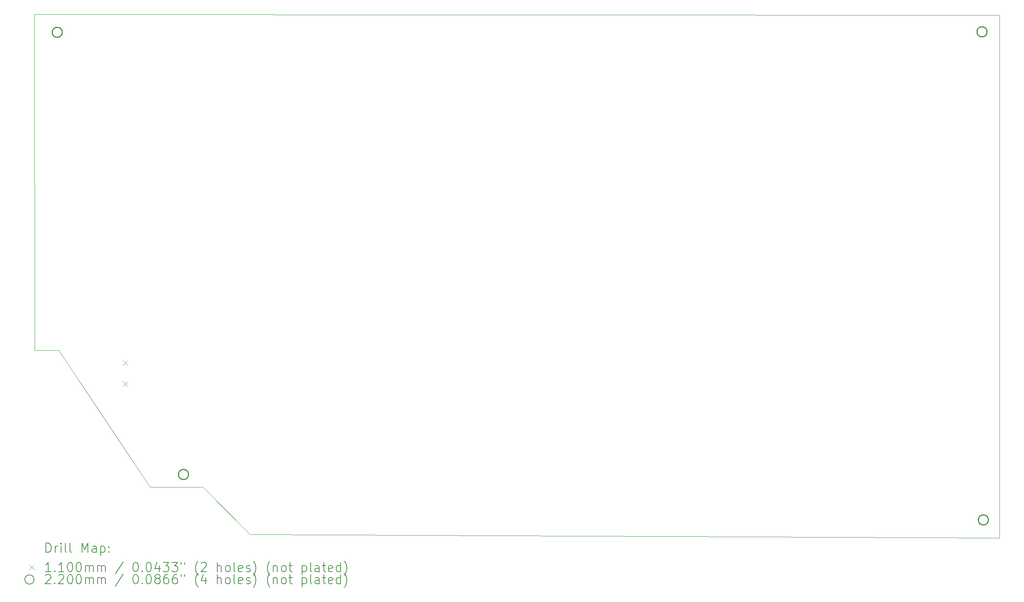
<source format=gbr>
%TF.GenerationSoftware,KiCad,Pcbnew,7.0.10*%
%TF.CreationDate,2024-05-18T17:59:14+03:00*%
%TF.ProjectId,Inverter,496e7665-7274-4657-922e-6b696361645f,rev?*%
%TF.SameCoordinates,Original*%
%TF.FileFunction,Drillmap*%
%TF.FilePolarity,Positive*%
%FSLAX45Y45*%
G04 Gerber Fmt 4.5, Leading zero omitted, Abs format (unit mm)*
G04 Created by KiCad (PCBNEW 7.0.10) date 2024-05-18 17:59:14*
%MOMM*%
%LPD*%
G01*
G04 APERTURE LIST*
%ADD10C,0.100000*%
%ADD11C,0.200000*%
%ADD12C,0.110000*%
%ADD13C,0.220000*%
G04 APERTURE END LIST*
D10*
X24600000Y-3200000D02*
X24600000Y-14590000D01*
X8280000Y-14520000D01*
X7250000Y-13480000D01*
X6100000Y-13480000D01*
X4110000Y-10500000D01*
X3590000Y-10500000D01*
X3580000Y-3180000D01*
X24600000Y-3200000D01*
D11*
D12*
X5510000Y-10723000D02*
X5620000Y-10833000D01*
X5620000Y-10723000D02*
X5510000Y-10833000D01*
X5510000Y-11183000D02*
X5620000Y-11293000D01*
X5620000Y-11183000D02*
X5510000Y-11293000D01*
D13*
X4190000Y-3570000D02*
G75*
G03*
X3970000Y-3570000I-110000J0D01*
G01*
X3970000Y-3570000D02*
G75*
G03*
X4190000Y-3570000I110000J0D01*
G01*
X6940000Y-13210000D02*
G75*
G03*
X6720000Y-13210000I-110000J0D01*
G01*
X6720000Y-13210000D02*
G75*
G03*
X6940000Y-13210000I110000J0D01*
G01*
X24330000Y-3560000D02*
G75*
G03*
X24110000Y-3560000I-110000J0D01*
G01*
X24110000Y-3560000D02*
G75*
G03*
X24330000Y-3560000I110000J0D01*
G01*
X24360000Y-14200000D02*
G75*
G03*
X24140000Y-14200000I-110000J0D01*
G01*
X24140000Y-14200000D02*
G75*
G03*
X24360000Y-14200000I110000J0D01*
G01*
D11*
X3835777Y-14906484D02*
X3835777Y-14706484D01*
X3835777Y-14706484D02*
X3883396Y-14706484D01*
X3883396Y-14706484D02*
X3911967Y-14716008D01*
X3911967Y-14716008D02*
X3931015Y-14735055D01*
X3931015Y-14735055D02*
X3940539Y-14754103D01*
X3940539Y-14754103D02*
X3950062Y-14792198D01*
X3950062Y-14792198D02*
X3950062Y-14820769D01*
X3950062Y-14820769D02*
X3940539Y-14858865D01*
X3940539Y-14858865D02*
X3931015Y-14877912D01*
X3931015Y-14877912D02*
X3911967Y-14896960D01*
X3911967Y-14896960D02*
X3883396Y-14906484D01*
X3883396Y-14906484D02*
X3835777Y-14906484D01*
X4035777Y-14906484D02*
X4035777Y-14773150D01*
X4035777Y-14811246D02*
X4045301Y-14792198D01*
X4045301Y-14792198D02*
X4054824Y-14782674D01*
X4054824Y-14782674D02*
X4073872Y-14773150D01*
X4073872Y-14773150D02*
X4092920Y-14773150D01*
X4159586Y-14906484D02*
X4159586Y-14773150D01*
X4159586Y-14706484D02*
X4150062Y-14716008D01*
X4150062Y-14716008D02*
X4159586Y-14725531D01*
X4159586Y-14725531D02*
X4169110Y-14716008D01*
X4169110Y-14716008D02*
X4159586Y-14706484D01*
X4159586Y-14706484D02*
X4159586Y-14725531D01*
X4283396Y-14906484D02*
X4264348Y-14896960D01*
X4264348Y-14896960D02*
X4254824Y-14877912D01*
X4254824Y-14877912D02*
X4254824Y-14706484D01*
X4388158Y-14906484D02*
X4369110Y-14896960D01*
X4369110Y-14896960D02*
X4359586Y-14877912D01*
X4359586Y-14877912D02*
X4359586Y-14706484D01*
X4616729Y-14906484D02*
X4616729Y-14706484D01*
X4616729Y-14706484D02*
X4683396Y-14849341D01*
X4683396Y-14849341D02*
X4750063Y-14706484D01*
X4750063Y-14706484D02*
X4750063Y-14906484D01*
X4931015Y-14906484D02*
X4931015Y-14801722D01*
X4931015Y-14801722D02*
X4921491Y-14782674D01*
X4921491Y-14782674D02*
X4902444Y-14773150D01*
X4902444Y-14773150D02*
X4864348Y-14773150D01*
X4864348Y-14773150D02*
X4845301Y-14782674D01*
X4931015Y-14896960D02*
X4911967Y-14906484D01*
X4911967Y-14906484D02*
X4864348Y-14906484D01*
X4864348Y-14906484D02*
X4845301Y-14896960D01*
X4845301Y-14896960D02*
X4835777Y-14877912D01*
X4835777Y-14877912D02*
X4835777Y-14858865D01*
X4835777Y-14858865D02*
X4845301Y-14839817D01*
X4845301Y-14839817D02*
X4864348Y-14830293D01*
X4864348Y-14830293D02*
X4911967Y-14830293D01*
X4911967Y-14830293D02*
X4931015Y-14820769D01*
X5026253Y-14773150D02*
X5026253Y-14973150D01*
X5026253Y-14782674D02*
X5045301Y-14773150D01*
X5045301Y-14773150D02*
X5083396Y-14773150D01*
X5083396Y-14773150D02*
X5102444Y-14782674D01*
X5102444Y-14782674D02*
X5111967Y-14792198D01*
X5111967Y-14792198D02*
X5121491Y-14811246D01*
X5121491Y-14811246D02*
X5121491Y-14868388D01*
X5121491Y-14868388D02*
X5111967Y-14887436D01*
X5111967Y-14887436D02*
X5102444Y-14896960D01*
X5102444Y-14896960D02*
X5083396Y-14906484D01*
X5083396Y-14906484D02*
X5045301Y-14906484D01*
X5045301Y-14906484D02*
X5026253Y-14896960D01*
X5207205Y-14887436D02*
X5216729Y-14896960D01*
X5216729Y-14896960D02*
X5207205Y-14906484D01*
X5207205Y-14906484D02*
X5197682Y-14896960D01*
X5197682Y-14896960D02*
X5207205Y-14887436D01*
X5207205Y-14887436D02*
X5207205Y-14906484D01*
X5207205Y-14782674D02*
X5216729Y-14792198D01*
X5216729Y-14792198D02*
X5207205Y-14801722D01*
X5207205Y-14801722D02*
X5197682Y-14792198D01*
X5197682Y-14792198D02*
X5207205Y-14782674D01*
X5207205Y-14782674D02*
X5207205Y-14801722D01*
D12*
X3465000Y-15180000D02*
X3575000Y-15290000D01*
X3575000Y-15180000D02*
X3465000Y-15290000D01*
D11*
X3940539Y-15326484D02*
X3826253Y-15326484D01*
X3883396Y-15326484D02*
X3883396Y-15126484D01*
X3883396Y-15126484D02*
X3864348Y-15155055D01*
X3864348Y-15155055D02*
X3845301Y-15174103D01*
X3845301Y-15174103D02*
X3826253Y-15183627D01*
X4026253Y-15307436D02*
X4035777Y-15316960D01*
X4035777Y-15316960D02*
X4026253Y-15326484D01*
X4026253Y-15326484D02*
X4016729Y-15316960D01*
X4016729Y-15316960D02*
X4026253Y-15307436D01*
X4026253Y-15307436D02*
X4026253Y-15326484D01*
X4226253Y-15326484D02*
X4111967Y-15326484D01*
X4169110Y-15326484D02*
X4169110Y-15126484D01*
X4169110Y-15126484D02*
X4150062Y-15155055D01*
X4150062Y-15155055D02*
X4131015Y-15174103D01*
X4131015Y-15174103D02*
X4111967Y-15183627D01*
X4350063Y-15126484D02*
X4369110Y-15126484D01*
X4369110Y-15126484D02*
X4388158Y-15136008D01*
X4388158Y-15136008D02*
X4397682Y-15145531D01*
X4397682Y-15145531D02*
X4407205Y-15164579D01*
X4407205Y-15164579D02*
X4416729Y-15202674D01*
X4416729Y-15202674D02*
X4416729Y-15250293D01*
X4416729Y-15250293D02*
X4407205Y-15288388D01*
X4407205Y-15288388D02*
X4397682Y-15307436D01*
X4397682Y-15307436D02*
X4388158Y-15316960D01*
X4388158Y-15316960D02*
X4369110Y-15326484D01*
X4369110Y-15326484D02*
X4350063Y-15326484D01*
X4350063Y-15326484D02*
X4331015Y-15316960D01*
X4331015Y-15316960D02*
X4321491Y-15307436D01*
X4321491Y-15307436D02*
X4311967Y-15288388D01*
X4311967Y-15288388D02*
X4302444Y-15250293D01*
X4302444Y-15250293D02*
X4302444Y-15202674D01*
X4302444Y-15202674D02*
X4311967Y-15164579D01*
X4311967Y-15164579D02*
X4321491Y-15145531D01*
X4321491Y-15145531D02*
X4331015Y-15136008D01*
X4331015Y-15136008D02*
X4350063Y-15126484D01*
X4540539Y-15126484D02*
X4559586Y-15126484D01*
X4559586Y-15126484D02*
X4578634Y-15136008D01*
X4578634Y-15136008D02*
X4588158Y-15145531D01*
X4588158Y-15145531D02*
X4597682Y-15164579D01*
X4597682Y-15164579D02*
X4607205Y-15202674D01*
X4607205Y-15202674D02*
X4607205Y-15250293D01*
X4607205Y-15250293D02*
X4597682Y-15288388D01*
X4597682Y-15288388D02*
X4588158Y-15307436D01*
X4588158Y-15307436D02*
X4578634Y-15316960D01*
X4578634Y-15316960D02*
X4559586Y-15326484D01*
X4559586Y-15326484D02*
X4540539Y-15326484D01*
X4540539Y-15326484D02*
X4521491Y-15316960D01*
X4521491Y-15316960D02*
X4511967Y-15307436D01*
X4511967Y-15307436D02*
X4502444Y-15288388D01*
X4502444Y-15288388D02*
X4492920Y-15250293D01*
X4492920Y-15250293D02*
X4492920Y-15202674D01*
X4492920Y-15202674D02*
X4502444Y-15164579D01*
X4502444Y-15164579D02*
X4511967Y-15145531D01*
X4511967Y-15145531D02*
X4521491Y-15136008D01*
X4521491Y-15136008D02*
X4540539Y-15126484D01*
X4692920Y-15326484D02*
X4692920Y-15193150D01*
X4692920Y-15212198D02*
X4702444Y-15202674D01*
X4702444Y-15202674D02*
X4721491Y-15193150D01*
X4721491Y-15193150D02*
X4750063Y-15193150D01*
X4750063Y-15193150D02*
X4769110Y-15202674D01*
X4769110Y-15202674D02*
X4778634Y-15221722D01*
X4778634Y-15221722D02*
X4778634Y-15326484D01*
X4778634Y-15221722D02*
X4788158Y-15202674D01*
X4788158Y-15202674D02*
X4807205Y-15193150D01*
X4807205Y-15193150D02*
X4835777Y-15193150D01*
X4835777Y-15193150D02*
X4854825Y-15202674D01*
X4854825Y-15202674D02*
X4864348Y-15221722D01*
X4864348Y-15221722D02*
X4864348Y-15326484D01*
X4959586Y-15326484D02*
X4959586Y-15193150D01*
X4959586Y-15212198D02*
X4969110Y-15202674D01*
X4969110Y-15202674D02*
X4988158Y-15193150D01*
X4988158Y-15193150D02*
X5016729Y-15193150D01*
X5016729Y-15193150D02*
X5035777Y-15202674D01*
X5035777Y-15202674D02*
X5045301Y-15221722D01*
X5045301Y-15221722D02*
X5045301Y-15326484D01*
X5045301Y-15221722D02*
X5054825Y-15202674D01*
X5054825Y-15202674D02*
X5073872Y-15193150D01*
X5073872Y-15193150D02*
X5102444Y-15193150D01*
X5102444Y-15193150D02*
X5121491Y-15202674D01*
X5121491Y-15202674D02*
X5131015Y-15221722D01*
X5131015Y-15221722D02*
X5131015Y-15326484D01*
X5521491Y-15116960D02*
X5350063Y-15374103D01*
X5778634Y-15126484D02*
X5797682Y-15126484D01*
X5797682Y-15126484D02*
X5816729Y-15136008D01*
X5816729Y-15136008D02*
X5826253Y-15145531D01*
X5826253Y-15145531D02*
X5835777Y-15164579D01*
X5835777Y-15164579D02*
X5845301Y-15202674D01*
X5845301Y-15202674D02*
X5845301Y-15250293D01*
X5845301Y-15250293D02*
X5835777Y-15288388D01*
X5835777Y-15288388D02*
X5826253Y-15307436D01*
X5826253Y-15307436D02*
X5816729Y-15316960D01*
X5816729Y-15316960D02*
X5797682Y-15326484D01*
X5797682Y-15326484D02*
X5778634Y-15326484D01*
X5778634Y-15326484D02*
X5759586Y-15316960D01*
X5759586Y-15316960D02*
X5750063Y-15307436D01*
X5750063Y-15307436D02*
X5740539Y-15288388D01*
X5740539Y-15288388D02*
X5731015Y-15250293D01*
X5731015Y-15250293D02*
X5731015Y-15202674D01*
X5731015Y-15202674D02*
X5740539Y-15164579D01*
X5740539Y-15164579D02*
X5750063Y-15145531D01*
X5750063Y-15145531D02*
X5759586Y-15136008D01*
X5759586Y-15136008D02*
X5778634Y-15126484D01*
X5931015Y-15307436D02*
X5940539Y-15316960D01*
X5940539Y-15316960D02*
X5931015Y-15326484D01*
X5931015Y-15326484D02*
X5921491Y-15316960D01*
X5921491Y-15316960D02*
X5931015Y-15307436D01*
X5931015Y-15307436D02*
X5931015Y-15326484D01*
X6064348Y-15126484D02*
X6083396Y-15126484D01*
X6083396Y-15126484D02*
X6102444Y-15136008D01*
X6102444Y-15136008D02*
X6111967Y-15145531D01*
X6111967Y-15145531D02*
X6121491Y-15164579D01*
X6121491Y-15164579D02*
X6131015Y-15202674D01*
X6131015Y-15202674D02*
X6131015Y-15250293D01*
X6131015Y-15250293D02*
X6121491Y-15288388D01*
X6121491Y-15288388D02*
X6111967Y-15307436D01*
X6111967Y-15307436D02*
X6102444Y-15316960D01*
X6102444Y-15316960D02*
X6083396Y-15326484D01*
X6083396Y-15326484D02*
X6064348Y-15326484D01*
X6064348Y-15326484D02*
X6045301Y-15316960D01*
X6045301Y-15316960D02*
X6035777Y-15307436D01*
X6035777Y-15307436D02*
X6026253Y-15288388D01*
X6026253Y-15288388D02*
X6016729Y-15250293D01*
X6016729Y-15250293D02*
X6016729Y-15202674D01*
X6016729Y-15202674D02*
X6026253Y-15164579D01*
X6026253Y-15164579D02*
X6035777Y-15145531D01*
X6035777Y-15145531D02*
X6045301Y-15136008D01*
X6045301Y-15136008D02*
X6064348Y-15126484D01*
X6302444Y-15193150D02*
X6302444Y-15326484D01*
X6254825Y-15116960D02*
X6207206Y-15259817D01*
X6207206Y-15259817D02*
X6331015Y-15259817D01*
X6388158Y-15126484D02*
X6511967Y-15126484D01*
X6511967Y-15126484D02*
X6445301Y-15202674D01*
X6445301Y-15202674D02*
X6473872Y-15202674D01*
X6473872Y-15202674D02*
X6492920Y-15212198D01*
X6492920Y-15212198D02*
X6502444Y-15221722D01*
X6502444Y-15221722D02*
X6511967Y-15240769D01*
X6511967Y-15240769D02*
X6511967Y-15288388D01*
X6511967Y-15288388D02*
X6502444Y-15307436D01*
X6502444Y-15307436D02*
X6492920Y-15316960D01*
X6492920Y-15316960D02*
X6473872Y-15326484D01*
X6473872Y-15326484D02*
X6416729Y-15326484D01*
X6416729Y-15326484D02*
X6397682Y-15316960D01*
X6397682Y-15316960D02*
X6388158Y-15307436D01*
X6578634Y-15126484D02*
X6702444Y-15126484D01*
X6702444Y-15126484D02*
X6635777Y-15202674D01*
X6635777Y-15202674D02*
X6664348Y-15202674D01*
X6664348Y-15202674D02*
X6683396Y-15212198D01*
X6683396Y-15212198D02*
X6692920Y-15221722D01*
X6692920Y-15221722D02*
X6702444Y-15240769D01*
X6702444Y-15240769D02*
X6702444Y-15288388D01*
X6702444Y-15288388D02*
X6692920Y-15307436D01*
X6692920Y-15307436D02*
X6683396Y-15316960D01*
X6683396Y-15316960D02*
X6664348Y-15326484D01*
X6664348Y-15326484D02*
X6607206Y-15326484D01*
X6607206Y-15326484D02*
X6588158Y-15316960D01*
X6588158Y-15316960D02*
X6578634Y-15307436D01*
X6778634Y-15126484D02*
X6778634Y-15164579D01*
X6854825Y-15126484D02*
X6854825Y-15164579D01*
X7150063Y-15402674D02*
X7140539Y-15393150D01*
X7140539Y-15393150D02*
X7121491Y-15364579D01*
X7121491Y-15364579D02*
X7111968Y-15345531D01*
X7111968Y-15345531D02*
X7102444Y-15316960D01*
X7102444Y-15316960D02*
X7092920Y-15269341D01*
X7092920Y-15269341D02*
X7092920Y-15231246D01*
X7092920Y-15231246D02*
X7102444Y-15183627D01*
X7102444Y-15183627D02*
X7111968Y-15155055D01*
X7111968Y-15155055D02*
X7121491Y-15136008D01*
X7121491Y-15136008D02*
X7140539Y-15107436D01*
X7140539Y-15107436D02*
X7150063Y-15097912D01*
X7216729Y-15145531D02*
X7226253Y-15136008D01*
X7226253Y-15136008D02*
X7245301Y-15126484D01*
X7245301Y-15126484D02*
X7292920Y-15126484D01*
X7292920Y-15126484D02*
X7311968Y-15136008D01*
X7311968Y-15136008D02*
X7321491Y-15145531D01*
X7321491Y-15145531D02*
X7331015Y-15164579D01*
X7331015Y-15164579D02*
X7331015Y-15183627D01*
X7331015Y-15183627D02*
X7321491Y-15212198D01*
X7321491Y-15212198D02*
X7207206Y-15326484D01*
X7207206Y-15326484D02*
X7331015Y-15326484D01*
X7569110Y-15326484D02*
X7569110Y-15126484D01*
X7654825Y-15326484D02*
X7654825Y-15221722D01*
X7654825Y-15221722D02*
X7645301Y-15202674D01*
X7645301Y-15202674D02*
X7626253Y-15193150D01*
X7626253Y-15193150D02*
X7597682Y-15193150D01*
X7597682Y-15193150D02*
X7578634Y-15202674D01*
X7578634Y-15202674D02*
X7569110Y-15212198D01*
X7778634Y-15326484D02*
X7759587Y-15316960D01*
X7759587Y-15316960D02*
X7750063Y-15307436D01*
X7750063Y-15307436D02*
X7740539Y-15288388D01*
X7740539Y-15288388D02*
X7740539Y-15231246D01*
X7740539Y-15231246D02*
X7750063Y-15212198D01*
X7750063Y-15212198D02*
X7759587Y-15202674D01*
X7759587Y-15202674D02*
X7778634Y-15193150D01*
X7778634Y-15193150D02*
X7807206Y-15193150D01*
X7807206Y-15193150D02*
X7826253Y-15202674D01*
X7826253Y-15202674D02*
X7835777Y-15212198D01*
X7835777Y-15212198D02*
X7845301Y-15231246D01*
X7845301Y-15231246D02*
X7845301Y-15288388D01*
X7845301Y-15288388D02*
X7835777Y-15307436D01*
X7835777Y-15307436D02*
X7826253Y-15316960D01*
X7826253Y-15316960D02*
X7807206Y-15326484D01*
X7807206Y-15326484D02*
X7778634Y-15326484D01*
X7959587Y-15326484D02*
X7940539Y-15316960D01*
X7940539Y-15316960D02*
X7931015Y-15297912D01*
X7931015Y-15297912D02*
X7931015Y-15126484D01*
X8111968Y-15316960D02*
X8092920Y-15326484D01*
X8092920Y-15326484D02*
X8054825Y-15326484D01*
X8054825Y-15326484D02*
X8035777Y-15316960D01*
X8035777Y-15316960D02*
X8026253Y-15297912D01*
X8026253Y-15297912D02*
X8026253Y-15221722D01*
X8026253Y-15221722D02*
X8035777Y-15202674D01*
X8035777Y-15202674D02*
X8054825Y-15193150D01*
X8054825Y-15193150D02*
X8092920Y-15193150D01*
X8092920Y-15193150D02*
X8111968Y-15202674D01*
X8111968Y-15202674D02*
X8121491Y-15221722D01*
X8121491Y-15221722D02*
X8121491Y-15240769D01*
X8121491Y-15240769D02*
X8026253Y-15259817D01*
X8197682Y-15316960D02*
X8216730Y-15326484D01*
X8216730Y-15326484D02*
X8254825Y-15326484D01*
X8254825Y-15326484D02*
X8273872Y-15316960D01*
X8273872Y-15316960D02*
X8283396Y-15297912D01*
X8283396Y-15297912D02*
X8283396Y-15288388D01*
X8283396Y-15288388D02*
X8273872Y-15269341D01*
X8273872Y-15269341D02*
X8254825Y-15259817D01*
X8254825Y-15259817D02*
X8226253Y-15259817D01*
X8226253Y-15259817D02*
X8207206Y-15250293D01*
X8207206Y-15250293D02*
X8197682Y-15231246D01*
X8197682Y-15231246D02*
X8197682Y-15221722D01*
X8197682Y-15221722D02*
X8207206Y-15202674D01*
X8207206Y-15202674D02*
X8226253Y-15193150D01*
X8226253Y-15193150D02*
X8254825Y-15193150D01*
X8254825Y-15193150D02*
X8273872Y-15202674D01*
X8350063Y-15402674D02*
X8359587Y-15393150D01*
X8359587Y-15393150D02*
X8378634Y-15364579D01*
X8378634Y-15364579D02*
X8388158Y-15345531D01*
X8388158Y-15345531D02*
X8397682Y-15316960D01*
X8397682Y-15316960D02*
X8407206Y-15269341D01*
X8407206Y-15269341D02*
X8407206Y-15231246D01*
X8407206Y-15231246D02*
X8397682Y-15183627D01*
X8397682Y-15183627D02*
X8388158Y-15155055D01*
X8388158Y-15155055D02*
X8378634Y-15136008D01*
X8378634Y-15136008D02*
X8359587Y-15107436D01*
X8359587Y-15107436D02*
X8350063Y-15097912D01*
X8711968Y-15402674D02*
X8702444Y-15393150D01*
X8702444Y-15393150D02*
X8683396Y-15364579D01*
X8683396Y-15364579D02*
X8673873Y-15345531D01*
X8673873Y-15345531D02*
X8664349Y-15316960D01*
X8664349Y-15316960D02*
X8654825Y-15269341D01*
X8654825Y-15269341D02*
X8654825Y-15231246D01*
X8654825Y-15231246D02*
X8664349Y-15183627D01*
X8664349Y-15183627D02*
X8673873Y-15155055D01*
X8673873Y-15155055D02*
X8683396Y-15136008D01*
X8683396Y-15136008D02*
X8702444Y-15107436D01*
X8702444Y-15107436D02*
X8711968Y-15097912D01*
X8788158Y-15193150D02*
X8788158Y-15326484D01*
X8788158Y-15212198D02*
X8797682Y-15202674D01*
X8797682Y-15202674D02*
X8816730Y-15193150D01*
X8816730Y-15193150D02*
X8845301Y-15193150D01*
X8845301Y-15193150D02*
X8864349Y-15202674D01*
X8864349Y-15202674D02*
X8873873Y-15221722D01*
X8873873Y-15221722D02*
X8873873Y-15326484D01*
X8997682Y-15326484D02*
X8978634Y-15316960D01*
X8978634Y-15316960D02*
X8969111Y-15307436D01*
X8969111Y-15307436D02*
X8959587Y-15288388D01*
X8959587Y-15288388D02*
X8959587Y-15231246D01*
X8959587Y-15231246D02*
X8969111Y-15212198D01*
X8969111Y-15212198D02*
X8978634Y-15202674D01*
X8978634Y-15202674D02*
X8997682Y-15193150D01*
X8997682Y-15193150D02*
X9026254Y-15193150D01*
X9026254Y-15193150D02*
X9045301Y-15202674D01*
X9045301Y-15202674D02*
X9054825Y-15212198D01*
X9054825Y-15212198D02*
X9064349Y-15231246D01*
X9064349Y-15231246D02*
X9064349Y-15288388D01*
X9064349Y-15288388D02*
X9054825Y-15307436D01*
X9054825Y-15307436D02*
X9045301Y-15316960D01*
X9045301Y-15316960D02*
X9026254Y-15326484D01*
X9026254Y-15326484D02*
X8997682Y-15326484D01*
X9121492Y-15193150D02*
X9197682Y-15193150D01*
X9150063Y-15126484D02*
X9150063Y-15297912D01*
X9150063Y-15297912D02*
X9159587Y-15316960D01*
X9159587Y-15316960D02*
X9178634Y-15326484D01*
X9178634Y-15326484D02*
X9197682Y-15326484D01*
X9416730Y-15193150D02*
X9416730Y-15393150D01*
X9416730Y-15202674D02*
X9435777Y-15193150D01*
X9435777Y-15193150D02*
X9473873Y-15193150D01*
X9473873Y-15193150D02*
X9492920Y-15202674D01*
X9492920Y-15202674D02*
X9502444Y-15212198D01*
X9502444Y-15212198D02*
X9511968Y-15231246D01*
X9511968Y-15231246D02*
X9511968Y-15288388D01*
X9511968Y-15288388D02*
X9502444Y-15307436D01*
X9502444Y-15307436D02*
X9492920Y-15316960D01*
X9492920Y-15316960D02*
X9473873Y-15326484D01*
X9473873Y-15326484D02*
X9435777Y-15326484D01*
X9435777Y-15326484D02*
X9416730Y-15316960D01*
X9626254Y-15326484D02*
X9607206Y-15316960D01*
X9607206Y-15316960D02*
X9597682Y-15297912D01*
X9597682Y-15297912D02*
X9597682Y-15126484D01*
X9788158Y-15326484D02*
X9788158Y-15221722D01*
X9788158Y-15221722D02*
X9778635Y-15202674D01*
X9778635Y-15202674D02*
X9759587Y-15193150D01*
X9759587Y-15193150D02*
X9721492Y-15193150D01*
X9721492Y-15193150D02*
X9702444Y-15202674D01*
X9788158Y-15316960D02*
X9769111Y-15326484D01*
X9769111Y-15326484D02*
X9721492Y-15326484D01*
X9721492Y-15326484D02*
X9702444Y-15316960D01*
X9702444Y-15316960D02*
X9692920Y-15297912D01*
X9692920Y-15297912D02*
X9692920Y-15278865D01*
X9692920Y-15278865D02*
X9702444Y-15259817D01*
X9702444Y-15259817D02*
X9721492Y-15250293D01*
X9721492Y-15250293D02*
X9769111Y-15250293D01*
X9769111Y-15250293D02*
X9788158Y-15240769D01*
X9854825Y-15193150D02*
X9931015Y-15193150D01*
X9883396Y-15126484D02*
X9883396Y-15297912D01*
X9883396Y-15297912D02*
X9892920Y-15316960D01*
X9892920Y-15316960D02*
X9911968Y-15326484D01*
X9911968Y-15326484D02*
X9931015Y-15326484D01*
X10073873Y-15316960D02*
X10054825Y-15326484D01*
X10054825Y-15326484D02*
X10016730Y-15326484D01*
X10016730Y-15326484D02*
X9997682Y-15316960D01*
X9997682Y-15316960D02*
X9988158Y-15297912D01*
X9988158Y-15297912D02*
X9988158Y-15221722D01*
X9988158Y-15221722D02*
X9997682Y-15202674D01*
X9997682Y-15202674D02*
X10016730Y-15193150D01*
X10016730Y-15193150D02*
X10054825Y-15193150D01*
X10054825Y-15193150D02*
X10073873Y-15202674D01*
X10073873Y-15202674D02*
X10083396Y-15221722D01*
X10083396Y-15221722D02*
X10083396Y-15240769D01*
X10083396Y-15240769D02*
X9988158Y-15259817D01*
X10254825Y-15326484D02*
X10254825Y-15126484D01*
X10254825Y-15316960D02*
X10235777Y-15326484D01*
X10235777Y-15326484D02*
X10197682Y-15326484D01*
X10197682Y-15326484D02*
X10178635Y-15316960D01*
X10178635Y-15316960D02*
X10169111Y-15307436D01*
X10169111Y-15307436D02*
X10159587Y-15288388D01*
X10159587Y-15288388D02*
X10159587Y-15231246D01*
X10159587Y-15231246D02*
X10169111Y-15212198D01*
X10169111Y-15212198D02*
X10178635Y-15202674D01*
X10178635Y-15202674D02*
X10197682Y-15193150D01*
X10197682Y-15193150D02*
X10235777Y-15193150D01*
X10235777Y-15193150D02*
X10254825Y-15202674D01*
X10331016Y-15402674D02*
X10340539Y-15393150D01*
X10340539Y-15393150D02*
X10359587Y-15364579D01*
X10359587Y-15364579D02*
X10369111Y-15345531D01*
X10369111Y-15345531D02*
X10378635Y-15316960D01*
X10378635Y-15316960D02*
X10388158Y-15269341D01*
X10388158Y-15269341D02*
X10388158Y-15231246D01*
X10388158Y-15231246D02*
X10378635Y-15183627D01*
X10378635Y-15183627D02*
X10369111Y-15155055D01*
X10369111Y-15155055D02*
X10359587Y-15136008D01*
X10359587Y-15136008D02*
X10340539Y-15107436D01*
X10340539Y-15107436D02*
X10331016Y-15097912D01*
X3575000Y-15499000D02*
G75*
G03*
X3375000Y-15499000I-100000J0D01*
G01*
X3375000Y-15499000D02*
G75*
G03*
X3575000Y-15499000I100000J0D01*
G01*
X3826253Y-15409531D02*
X3835777Y-15400008D01*
X3835777Y-15400008D02*
X3854824Y-15390484D01*
X3854824Y-15390484D02*
X3902443Y-15390484D01*
X3902443Y-15390484D02*
X3921491Y-15400008D01*
X3921491Y-15400008D02*
X3931015Y-15409531D01*
X3931015Y-15409531D02*
X3940539Y-15428579D01*
X3940539Y-15428579D02*
X3940539Y-15447627D01*
X3940539Y-15447627D02*
X3931015Y-15476198D01*
X3931015Y-15476198D02*
X3816729Y-15590484D01*
X3816729Y-15590484D02*
X3940539Y-15590484D01*
X4026253Y-15571436D02*
X4035777Y-15580960D01*
X4035777Y-15580960D02*
X4026253Y-15590484D01*
X4026253Y-15590484D02*
X4016729Y-15580960D01*
X4016729Y-15580960D02*
X4026253Y-15571436D01*
X4026253Y-15571436D02*
X4026253Y-15590484D01*
X4111967Y-15409531D02*
X4121491Y-15400008D01*
X4121491Y-15400008D02*
X4140539Y-15390484D01*
X4140539Y-15390484D02*
X4188158Y-15390484D01*
X4188158Y-15390484D02*
X4207205Y-15400008D01*
X4207205Y-15400008D02*
X4216729Y-15409531D01*
X4216729Y-15409531D02*
X4226253Y-15428579D01*
X4226253Y-15428579D02*
X4226253Y-15447627D01*
X4226253Y-15447627D02*
X4216729Y-15476198D01*
X4216729Y-15476198D02*
X4102443Y-15590484D01*
X4102443Y-15590484D02*
X4226253Y-15590484D01*
X4350063Y-15390484D02*
X4369110Y-15390484D01*
X4369110Y-15390484D02*
X4388158Y-15400008D01*
X4388158Y-15400008D02*
X4397682Y-15409531D01*
X4397682Y-15409531D02*
X4407205Y-15428579D01*
X4407205Y-15428579D02*
X4416729Y-15466674D01*
X4416729Y-15466674D02*
X4416729Y-15514293D01*
X4416729Y-15514293D02*
X4407205Y-15552388D01*
X4407205Y-15552388D02*
X4397682Y-15571436D01*
X4397682Y-15571436D02*
X4388158Y-15580960D01*
X4388158Y-15580960D02*
X4369110Y-15590484D01*
X4369110Y-15590484D02*
X4350063Y-15590484D01*
X4350063Y-15590484D02*
X4331015Y-15580960D01*
X4331015Y-15580960D02*
X4321491Y-15571436D01*
X4321491Y-15571436D02*
X4311967Y-15552388D01*
X4311967Y-15552388D02*
X4302444Y-15514293D01*
X4302444Y-15514293D02*
X4302444Y-15466674D01*
X4302444Y-15466674D02*
X4311967Y-15428579D01*
X4311967Y-15428579D02*
X4321491Y-15409531D01*
X4321491Y-15409531D02*
X4331015Y-15400008D01*
X4331015Y-15400008D02*
X4350063Y-15390484D01*
X4540539Y-15390484D02*
X4559586Y-15390484D01*
X4559586Y-15390484D02*
X4578634Y-15400008D01*
X4578634Y-15400008D02*
X4588158Y-15409531D01*
X4588158Y-15409531D02*
X4597682Y-15428579D01*
X4597682Y-15428579D02*
X4607205Y-15466674D01*
X4607205Y-15466674D02*
X4607205Y-15514293D01*
X4607205Y-15514293D02*
X4597682Y-15552388D01*
X4597682Y-15552388D02*
X4588158Y-15571436D01*
X4588158Y-15571436D02*
X4578634Y-15580960D01*
X4578634Y-15580960D02*
X4559586Y-15590484D01*
X4559586Y-15590484D02*
X4540539Y-15590484D01*
X4540539Y-15590484D02*
X4521491Y-15580960D01*
X4521491Y-15580960D02*
X4511967Y-15571436D01*
X4511967Y-15571436D02*
X4502444Y-15552388D01*
X4502444Y-15552388D02*
X4492920Y-15514293D01*
X4492920Y-15514293D02*
X4492920Y-15466674D01*
X4492920Y-15466674D02*
X4502444Y-15428579D01*
X4502444Y-15428579D02*
X4511967Y-15409531D01*
X4511967Y-15409531D02*
X4521491Y-15400008D01*
X4521491Y-15400008D02*
X4540539Y-15390484D01*
X4692920Y-15590484D02*
X4692920Y-15457150D01*
X4692920Y-15476198D02*
X4702444Y-15466674D01*
X4702444Y-15466674D02*
X4721491Y-15457150D01*
X4721491Y-15457150D02*
X4750063Y-15457150D01*
X4750063Y-15457150D02*
X4769110Y-15466674D01*
X4769110Y-15466674D02*
X4778634Y-15485722D01*
X4778634Y-15485722D02*
X4778634Y-15590484D01*
X4778634Y-15485722D02*
X4788158Y-15466674D01*
X4788158Y-15466674D02*
X4807205Y-15457150D01*
X4807205Y-15457150D02*
X4835777Y-15457150D01*
X4835777Y-15457150D02*
X4854825Y-15466674D01*
X4854825Y-15466674D02*
X4864348Y-15485722D01*
X4864348Y-15485722D02*
X4864348Y-15590484D01*
X4959586Y-15590484D02*
X4959586Y-15457150D01*
X4959586Y-15476198D02*
X4969110Y-15466674D01*
X4969110Y-15466674D02*
X4988158Y-15457150D01*
X4988158Y-15457150D02*
X5016729Y-15457150D01*
X5016729Y-15457150D02*
X5035777Y-15466674D01*
X5035777Y-15466674D02*
X5045301Y-15485722D01*
X5045301Y-15485722D02*
X5045301Y-15590484D01*
X5045301Y-15485722D02*
X5054825Y-15466674D01*
X5054825Y-15466674D02*
X5073872Y-15457150D01*
X5073872Y-15457150D02*
X5102444Y-15457150D01*
X5102444Y-15457150D02*
X5121491Y-15466674D01*
X5121491Y-15466674D02*
X5131015Y-15485722D01*
X5131015Y-15485722D02*
X5131015Y-15590484D01*
X5521491Y-15380960D02*
X5350063Y-15638103D01*
X5778634Y-15390484D02*
X5797682Y-15390484D01*
X5797682Y-15390484D02*
X5816729Y-15400008D01*
X5816729Y-15400008D02*
X5826253Y-15409531D01*
X5826253Y-15409531D02*
X5835777Y-15428579D01*
X5835777Y-15428579D02*
X5845301Y-15466674D01*
X5845301Y-15466674D02*
X5845301Y-15514293D01*
X5845301Y-15514293D02*
X5835777Y-15552388D01*
X5835777Y-15552388D02*
X5826253Y-15571436D01*
X5826253Y-15571436D02*
X5816729Y-15580960D01*
X5816729Y-15580960D02*
X5797682Y-15590484D01*
X5797682Y-15590484D02*
X5778634Y-15590484D01*
X5778634Y-15590484D02*
X5759586Y-15580960D01*
X5759586Y-15580960D02*
X5750063Y-15571436D01*
X5750063Y-15571436D02*
X5740539Y-15552388D01*
X5740539Y-15552388D02*
X5731015Y-15514293D01*
X5731015Y-15514293D02*
X5731015Y-15466674D01*
X5731015Y-15466674D02*
X5740539Y-15428579D01*
X5740539Y-15428579D02*
X5750063Y-15409531D01*
X5750063Y-15409531D02*
X5759586Y-15400008D01*
X5759586Y-15400008D02*
X5778634Y-15390484D01*
X5931015Y-15571436D02*
X5940539Y-15580960D01*
X5940539Y-15580960D02*
X5931015Y-15590484D01*
X5931015Y-15590484D02*
X5921491Y-15580960D01*
X5921491Y-15580960D02*
X5931015Y-15571436D01*
X5931015Y-15571436D02*
X5931015Y-15590484D01*
X6064348Y-15390484D02*
X6083396Y-15390484D01*
X6083396Y-15390484D02*
X6102444Y-15400008D01*
X6102444Y-15400008D02*
X6111967Y-15409531D01*
X6111967Y-15409531D02*
X6121491Y-15428579D01*
X6121491Y-15428579D02*
X6131015Y-15466674D01*
X6131015Y-15466674D02*
X6131015Y-15514293D01*
X6131015Y-15514293D02*
X6121491Y-15552388D01*
X6121491Y-15552388D02*
X6111967Y-15571436D01*
X6111967Y-15571436D02*
X6102444Y-15580960D01*
X6102444Y-15580960D02*
X6083396Y-15590484D01*
X6083396Y-15590484D02*
X6064348Y-15590484D01*
X6064348Y-15590484D02*
X6045301Y-15580960D01*
X6045301Y-15580960D02*
X6035777Y-15571436D01*
X6035777Y-15571436D02*
X6026253Y-15552388D01*
X6026253Y-15552388D02*
X6016729Y-15514293D01*
X6016729Y-15514293D02*
X6016729Y-15466674D01*
X6016729Y-15466674D02*
X6026253Y-15428579D01*
X6026253Y-15428579D02*
X6035777Y-15409531D01*
X6035777Y-15409531D02*
X6045301Y-15400008D01*
X6045301Y-15400008D02*
X6064348Y-15390484D01*
X6245301Y-15476198D02*
X6226253Y-15466674D01*
X6226253Y-15466674D02*
X6216729Y-15457150D01*
X6216729Y-15457150D02*
X6207206Y-15438103D01*
X6207206Y-15438103D02*
X6207206Y-15428579D01*
X6207206Y-15428579D02*
X6216729Y-15409531D01*
X6216729Y-15409531D02*
X6226253Y-15400008D01*
X6226253Y-15400008D02*
X6245301Y-15390484D01*
X6245301Y-15390484D02*
X6283396Y-15390484D01*
X6283396Y-15390484D02*
X6302444Y-15400008D01*
X6302444Y-15400008D02*
X6311967Y-15409531D01*
X6311967Y-15409531D02*
X6321491Y-15428579D01*
X6321491Y-15428579D02*
X6321491Y-15438103D01*
X6321491Y-15438103D02*
X6311967Y-15457150D01*
X6311967Y-15457150D02*
X6302444Y-15466674D01*
X6302444Y-15466674D02*
X6283396Y-15476198D01*
X6283396Y-15476198D02*
X6245301Y-15476198D01*
X6245301Y-15476198D02*
X6226253Y-15485722D01*
X6226253Y-15485722D02*
X6216729Y-15495246D01*
X6216729Y-15495246D02*
X6207206Y-15514293D01*
X6207206Y-15514293D02*
X6207206Y-15552388D01*
X6207206Y-15552388D02*
X6216729Y-15571436D01*
X6216729Y-15571436D02*
X6226253Y-15580960D01*
X6226253Y-15580960D02*
X6245301Y-15590484D01*
X6245301Y-15590484D02*
X6283396Y-15590484D01*
X6283396Y-15590484D02*
X6302444Y-15580960D01*
X6302444Y-15580960D02*
X6311967Y-15571436D01*
X6311967Y-15571436D02*
X6321491Y-15552388D01*
X6321491Y-15552388D02*
X6321491Y-15514293D01*
X6321491Y-15514293D02*
X6311967Y-15495246D01*
X6311967Y-15495246D02*
X6302444Y-15485722D01*
X6302444Y-15485722D02*
X6283396Y-15476198D01*
X6492920Y-15390484D02*
X6454825Y-15390484D01*
X6454825Y-15390484D02*
X6435777Y-15400008D01*
X6435777Y-15400008D02*
X6426253Y-15409531D01*
X6426253Y-15409531D02*
X6407206Y-15438103D01*
X6407206Y-15438103D02*
X6397682Y-15476198D01*
X6397682Y-15476198D02*
X6397682Y-15552388D01*
X6397682Y-15552388D02*
X6407206Y-15571436D01*
X6407206Y-15571436D02*
X6416729Y-15580960D01*
X6416729Y-15580960D02*
X6435777Y-15590484D01*
X6435777Y-15590484D02*
X6473872Y-15590484D01*
X6473872Y-15590484D02*
X6492920Y-15580960D01*
X6492920Y-15580960D02*
X6502444Y-15571436D01*
X6502444Y-15571436D02*
X6511967Y-15552388D01*
X6511967Y-15552388D02*
X6511967Y-15504769D01*
X6511967Y-15504769D02*
X6502444Y-15485722D01*
X6502444Y-15485722D02*
X6492920Y-15476198D01*
X6492920Y-15476198D02*
X6473872Y-15466674D01*
X6473872Y-15466674D02*
X6435777Y-15466674D01*
X6435777Y-15466674D02*
X6416729Y-15476198D01*
X6416729Y-15476198D02*
X6407206Y-15485722D01*
X6407206Y-15485722D02*
X6397682Y-15504769D01*
X6683396Y-15390484D02*
X6645301Y-15390484D01*
X6645301Y-15390484D02*
X6626253Y-15400008D01*
X6626253Y-15400008D02*
X6616729Y-15409531D01*
X6616729Y-15409531D02*
X6597682Y-15438103D01*
X6597682Y-15438103D02*
X6588158Y-15476198D01*
X6588158Y-15476198D02*
X6588158Y-15552388D01*
X6588158Y-15552388D02*
X6597682Y-15571436D01*
X6597682Y-15571436D02*
X6607206Y-15580960D01*
X6607206Y-15580960D02*
X6626253Y-15590484D01*
X6626253Y-15590484D02*
X6664348Y-15590484D01*
X6664348Y-15590484D02*
X6683396Y-15580960D01*
X6683396Y-15580960D02*
X6692920Y-15571436D01*
X6692920Y-15571436D02*
X6702444Y-15552388D01*
X6702444Y-15552388D02*
X6702444Y-15504769D01*
X6702444Y-15504769D02*
X6692920Y-15485722D01*
X6692920Y-15485722D02*
X6683396Y-15476198D01*
X6683396Y-15476198D02*
X6664348Y-15466674D01*
X6664348Y-15466674D02*
X6626253Y-15466674D01*
X6626253Y-15466674D02*
X6607206Y-15476198D01*
X6607206Y-15476198D02*
X6597682Y-15485722D01*
X6597682Y-15485722D02*
X6588158Y-15504769D01*
X6778634Y-15390484D02*
X6778634Y-15428579D01*
X6854825Y-15390484D02*
X6854825Y-15428579D01*
X7150063Y-15666674D02*
X7140539Y-15657150D01*
X7140539Y-15657150D02*
X7121491Y-15628579D01*
X7121491Y-15628579D02*
X7111968Y-15609531D01*
X7111968Y-15609531D02*
X7102444Y-15580960D01*
X7102444Y-15580960D02*
X7092920Y-15533341D01*
X7092920Y-15533341D02*
X7092920Y-15495246D01*
X7092920Y-15495246D02*
X7102444Y-15447627D01*
X7102444Y-15447627D02*
X7111968Y-15419055D01*
X7111968Y-15419055D02*
X7121491Y-15400008D01*
X7121491Y-15400008D02*
X7140539Y-15371436D01*
X7140539Y-15371436D02*
X7150063Y-15361912D01*
X7311968Y-15457150D02*
X7311968Y-15590484D01*
X7264348Y-15380960D02*
X7216729Y-15523817D01*
X7216729Y-15523817D02*
X7340539Y-15523817D01*
X7569110Y-15590484D02*
X7569110Y-15390484D01*
X7654825Y-15590484D02*
X7654825Y-15485722D01*
X7654825Y-15485722D02*
X7645301Y-15466674D01*
X7645301Y-15466674D02*
X7626253Y-15457150D01*
X7626253Y-15457150D02*
X7597682Y-15457150D01*
X7597682Y-15457150D02*
X7578634Y-15466674D01*
X7578634Y-15466674D02*
X7569110Y-15476198D01*
X7778634Y-15590484D02*
X7759587Y-15580960D01*
X7759587Y-15580960D02*
X7750063Y-15571436D01*
X7750063Y-15571436D02*
X7740539Y-15552388D01*
X7740539Y-15552388D02*
X7740539Y-15495246D01*
X7740539Y-15495246D02*
X7750063Y-15476198D01*
X7750063Y-15476198D02*
X7759587Y-15466674D01*
X7759587Y-15466674D02*
X7778634Y-15457150D01*
X7778634Y-15457150D02*
X7807206Y-15457150D01*
X7807206Y-15457150D02*
X7826253Y-15466674D01*
X7826253Y-15466674D02*
X7835777Y-15476198D01*
X7835777Y-15476198D02*
X7845301Y-15495246D01*
X7845301Y-15495246D02*
X7845301Y-15552388D01*
X7845301Y-15552388D02*
X7835777Y-15571436D01*
X7835777Y-15571436D02*
X7826253Y-15580960D01*
X7826253Y-15580960D02*
X7807206Y-15590484D01*
X7807206Y-15590484D02*
X7778634Y-15590484D01*
X7959587Y-15590484D02*
X7940539Y-15580960D01*
X7940539Y-15580960D02*
X7931015Y-15561912D01*
X7931015Y-15561912D02*
X7931015Y-15390484D01*
X8111968Y-15580960D02*
X8092920Y-15590484D01*
X8092920Y-15590484D02*
X8054825Y-15590484D01*
X8054825Y-15590484D02*
X8035777Y-15580960D01*
X8035777Y-15580960D02*
X8026253Y-15561912D01*
X8026253Y-15561912D02*
X8026253Y-15485722D01*
X8026253Y-15485722D02*
X8035777Y-15466674D01*
X8035777Y-15466674D02*
X8054825Y-15457150D01*
X8054825Y-15457150D02*
X8092920Y-15457150D01*
X8092920Y-15457150D02*
X8111968Y-15466674D01*
X8111968Y-15466674D02*
X8121491Y-15485722D01*
X8121491Y-15485722D02*
X8121491Y-15504769D01*
X8121491Y-15504769D02*
X8026253Y-15523817D01*
X8197682Y-15580960D02*
X8216730Y-15590484D01*
X8216730Y-15590484D02*
X8254825Y-15590484D01*
X8254825Y-15590484D02*
X8273872Y-15580960D01*
X8273872Y-15580960D02*
X8283396Y-15561912D01*
X8283396Y-15561912D02*
X8283396Y-15552388D01*
X8283396Y-15552388D02*
X8273872Y-15533341D01*
X8273872Y-15533341D02*
X8254825Y-15523817D01*
X8254825Y-15523817D02*
X8226253Y-15523817D01*
X8226253Y-15523817D02*
X8207206Y-15514293D01*
X8207206Y-15514293D02*
X8197682Y-15495246D01*
X8197682Y-15495246D02*
X8197682Y-15485722D01*
X8197682Y-15485722D02*
X8207206Y-15466674D01*
X8207206Y-15466674D02*
X8226253Y-15457150D01*
X8226253Y-15457150D02*
X8254825Y-15457150D01*
X8254825Y-15457150D02*
X8273872Y-15466674D01*
X8350063Y-15666674D02*
X8359587Y-15657150D01*
X8359587Y-15657150D02*
X8378634Y-15628579D01*
X8378634Y-15628579D02*
X8388158Y-15609531D01*
X8388158Y-15609531D02*
X8397682Y-15580960D01*
X8397682Y-15580960D02*
X8407206Y-15533341D01*
X8407206Y-15533341D02*
X8407206Y-15495246D01*
X8407206Y-15495246D02*
X8397682Y-15447627D01*
X8397682Y-15447627D02*
X8388158Y-15419055D01*
X8388158Y-15419055D02*
X8378634Y-15400008D01*
X8378634Y-15400008D02*
X8359587Y-15371436D01*
X8359587Y-15371436D02*
X8350063Y-15361912D01*
X8711968Y-15666674D02*
X8702444Y-15657150D01*
X8702444Y-15657150D02*
X8683396Y-15628579D01*
X8683396Y-15628579D02*
X8673873Y-15609531D01*
X8673873Y-15609531D02*
X8664349Y-15580960D01*
X8664349Y-15580960D02*
X8654825Y-15533341D01*
X8654825Y-15533341D02*
X8654825Y-15495246D01*
X8654825Y-15495246D02*
X8664349Y-15447627D01*
X8664349Y-15447627D02*
X8673873Y-15419055D01*
X8673873Y-15419055D02*
X8683396Y-15400008D01*
X8683396Y-15400008D02*
X8702444Y-15371436D01*
X8702444Y-15371436D02*
X8711968Y-15361912D01*
X8788158Y-15457150D02*
X8788158Y-15590484D01*
X8788158Y-15476198D02*
X8797682Y-15466674D01*
X8797682Y-15466674D02*
X8816730Y-15457150D01*
X8816730Y-15457150D02*
X8845301Y-15457150D01*
X8845301Y-15457150D02*
X8864349Y-15466674D01*
X8864349Y-15466674D02*
X8873873Y-15485722D01*
X8873873Y-15485722D02*
X8873873Y-15590484D01*
X8997682Y-15590484D02*
X8978634Y-15580960D01*
X8978634Y-15580960D02*
X8969111Y-15571436D01*
X8969111Y-15571436D02*
X8959587Y-15552388D01*
X8959587Y-15552388D02*
X8959587Y-15495246D01*
X8959587Y-15495246D02*
X8969111Y-15476198D01*
X8969111Y-15476198D02*
X8978634Y-15466674D01*
X8978634Y-15466674D02*
X8997682Y-15457150D01*
X8997682Y-15457150D02*
X9026254Y-15457150D01*
X9026254Y-15457150D02*
X9045301Y-15466674D01*
X9045301Y-15466674D02*
X9054825Y-15476198D01*
X9054825Y-15476198D02*
X9064349Y-15495246D01*
X9064349Y-15495246D02*
X9064349Y-15552388D01*
X9064349Y-15552388D02*
X9054825Y-15571436D01*
X9054825Y-15571436D02*
X9045301Y-15580960D01*
X9045301Y-15580960D02*
X9026254Y-15590484D01*
X9026254Y-15590484D02*
X8997682Y-15590484D01*
X9121492Y-15457150D02*
X9197682Y-15457150D01*
X9150063Y-15390484D02*
X9150063Y-15561912D01*
X9150063Y-15561912D02*
X9159587Y-15580960D01*
X9159587Y-15580960D02*
X9178634Y-15590484D01*
X9178634Y-15590484D02*
X9197682Y-15590484D01*
X9416730Y-15457150D02*
X9416730Y-15657150D01*
X9416730Y-15466674D02*
X9435777Y-15457150D01*
X9435777Y-15457150D02*
X9473873Y-15457150D01*
X9473873Y-15457150D02*
X9492920Y-15466674D01*
X9492920Y-15466674D02*
X9502444Y-15476198D01*
X9502444Y-15476198D02*
X9511968Y-15495246D01*
X9511968Y-15495246D02*
X9511968Y-15552388D01*
X9511968Y-15552388D02*
X9502444Y-15571436D01*
X9502444Y-15571436D02*
X9492920Y-15580960D01*
X9492920Y-15580960D02*
X9473873Y-15590484D01*
X9473873Y-15590484D02*
X9435777Y-15590484D01*
X9435777Y-15590484D02*
X9416730Y-15580960D01*
X9626254Y-15590484D02*
X9607206Y-15580960D01*
X9607206Y-15580960D02*
X9597682Y-15561912D01*
X9597682Y-15561912D02*
X9597682Y-15390484D01*
X9788158Y-15590484D02*
X9788158Y-15485722D01*
X9788158Y-15485722D02*
X9778635Y-15466674D01*
X9778635Y-15466674D02*
X9759587Y-15457150D01*
X9759587Y-15457150D02*
X9721492Y-15457150D01*
X9721492Y-15457150D02*
X9702444Y-15466674D01*
X9788158Y-15580960D02*
X9769111Y-15590484D01*
X9769111Y-15590484D02*
X9721492Y-15590484D01*
X9721492Y-15590484D02*
X9702444Y-15580960D01*
X9702444Y-15580960D02*
X9692920Y-15561912D01*
X9692920Y-15561912D02*
X9692920Y-15542865D01*
X9692920Y-15542865D02*
X9702444Y-15523817D01*
X9702444Y-15523817D02*
X9721492Y-15514293D01*
X9721492Y-15514293D02*
X9769111Y-15514293D01*
X9769111Y-15514293D02*
X9788158Y-15504769D01*
X9854825Y-15457150D02*
X9931015Y-15457150D01*
X9883396Y-15390484D02*
X9883396Y-15561912D01*
X9883396Y-15561912D02*
X9892920Y-15580960D01*
X9892920Y-15580960D02*
X9911968Y-15590484D01*
X9911968Y-15590484D02*
X9931015Y-15590484D01*
X10073873Y-15580960D02*
X10054825Y-15590484D01*
X10054825Y-15590484D02*
X10016730Y-15590484D01*
X10016730Y-15590484D02*
X9997682Y-15580960D01*
X9997682Y-15580960D02*
X9988158Y-15561912D01*
X9988158Y-15561912D02*
X9988158Y-15485722D01*
X9988158Y-15485722D02*
X9997682Y-15466674D01*
X9997682Y-15466674D02*
X10016730Y-15457150D01*
X10016730Y-15457150D02*
X10054825Y-15457150D01*
X10054825Y-15457150D02*
X10073873Y-15466674D01*
X10073873Y-15466674D02*
X10083396Y-15485722D01*
X10083396Y-15485722D02*
X10083396Y-15504769D01*
X10083396Y-15504769D02*
X9988158Y-15523817D01*
X10254825Y-15590484D02*
X10254825Y-15390484D01*
X10254825Y-15580960D02*
X10235777Y-15590484D01*
X10235777Y-15590484D02*
X10197682Y-15590484D01*
X10197682Y-15590484D02*
X10178635Y-15580960D01*
X10178635Y-15580960D02*
X10169111Y-15571436D01*
X10169111Y-15571436D02*
X10159587Y-15552388D01*
X10159587Y-15552388D02*
X10159587Y-15495246D01*
X10159587Y-15495246D02*
X10169111Y-15476198D01*
X10169111Y-15476198D02*
X10178635Y-15466674D01*
X10178635Y-15466674D02*
X10197682Y-15457150D01*
X10197682Y-15457150D02*
X10235777Y-15457150D01*
X10235777Y-15457150D02*
X10254825Y-15466674D01*
X10331016Y-15666674D02*
X10340539Y-15657150D01*
X10340539Y-15657150D02*
X10359587Y-15628579D01*
X10359587Y-15628579D02*
X10369111Y-15609531D01*
X10369111Y-15609531D02*
X10378635Y-15580960D01*
X10378635Y-15580960D02*
X10388158Y-15533341D01*
X10388158Y-15533341D02*
X10388158Y-15495246D01*
X10388158Y-15495246D02*
X10378635Y-15447627D01*
X10378635Y-15447627D02*
X10369111Y-15419055D01*
X10369111Y-15419055D02*
X10359587Y-15400008D01*
X10359587Y-15400008D02*
X10340539Y-15371436D01*
X10340539Y-15371436D02*
X10331016Y-15361912D01*
M02*

</source>
